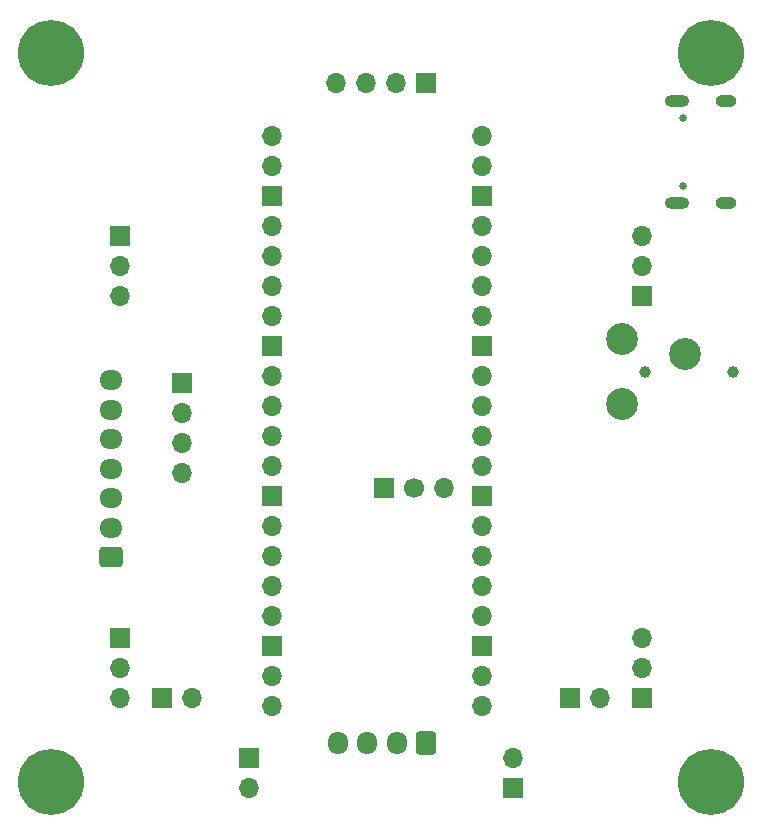
<source format=gbr>
%TF.GenerationSoftware,KiCad,Pcbnew,7.0.10-7.0.10~ubuntu22.04.1*%
%TF.CreationDate,2024-07-18T16:59:02+09:00*%
%TF.ProjectId,TurtlePico,54757274-6c65-4506-9963-6f2e6b696361,rev?*%
%TF.SameCoordinates,Original*%
%TF.FileFunction,Soldermask,Bot*%
%TF.FilePolarity,Negative*%
%FSLAX46Y46*%
G04 Gerber Fmt 4.6, Leading zero omitted, Abs format (unit mm)*
G04 Created by KiCad (PCBNEW 7.0.10-7.0.10~ubuntu22.04.1) date 2024-07-18 16:59:02*
%MOMM*%
%LPD*%
G01*
G04 APERTURE LIST*
G04 Aperture macros list*
%AMRoundRect*
0 Rectangle with rounded corners*
0 $1 Rounding radius*
0 $2 $3 $4 $5 $6 $7 $8 $9 X,Y pos of 4 corners*
0 Add a 4 corners polygon primitive as box body*
4,1,4,$2,$3,$4,$5,$6,$7,$8,$9,$2,$3,0*
0 Add four circle primitives for the rounded corners*
1,1,$1+$1,$2,$3*
1,1,$1+$1,$4,$5*
1,1,$1+$1,$6,$7*
1,1,$1+$1,$8,$9*
0 Add four rect primitives between the rounded corners*
20,1,$1+$1,$2,$3,$4,$5,0*
20,1,$1+$1,$4,$5,$6,$7,0*
20,1,$1+$1,$6,$7,$8,$9,0*
20,1,$1+$1,$8,$9,$2,$3,0*%
G04 Aperture macros list end*
%ADD10C,5.600000*%
%ADD11C,1.000000*%
%ADD12C,2.704000*%
%ADD13R,1.700000X1.700000*%
%ADD14O,1.700000X1.700000*%
%ADD15C,1.700000*%
%ADD16C,0.650000*%
%ADD17O,1.800000X1.000000*%
%ADD18O,2.100000X1.000000*%
%ADD19RoundRect,0.250000X0.725000X-0.600000X0.725000X0.600000X-0.725000X0.600000X-0.725000X-0.600000X0*%
%ADD20O,1.950000X1.700000*%
%ADD21RoundRect,0.250000X0.600000X0.725000X-0.600000X0.725000X-0.600000X-0.725000X0.600000X-0.725000X0*%
%ADD22O,1.700000X1.950000*%
G04 APERTURE END LIST*
D10*
%TO.C,REF\u002A\u002A*%
X117856000Y-126492000D03*
%TD*%
%TO.C,REF\u002A\u002A*%
X173736000Y-126492000D03*
%TD*%
D11*
%TO.C,J2*%
X175588000Y-91764000D03*
X168088000Y-91764000D03*
D12*
X166188000Y-94514000D03*
X171488000Y-90264000D03*
X166188000Y-89014000D03*
%TD*%
D13*
%TO.C,J10*%
X134620000Y-124460000D03*
D14*
X134620000Y-127000000D03*
%TD*%
D13*
%TO.C,J9*%
X156972000Y-127000000D03*
D14*
X156972000Y-124460000D03*
%TD*%
D13*
%TO.C,J6*%
X128965000Y-92710000D03*
D14*
X128965000Y-95250000D03*
X128965000Y-97790000D03*
X128965000Y-100330000D03*
%TD*%
D13*
%TO.C,J4*%
X127254000Y-119380000D03*
D14*
X129794000Y-119380000D03*
%TD*%
D13*
%TO.C,J7*%
X149596000Y-67310000D03*
D14*
X147056000Y-67310000D03*
X144516000Y-67310000D03*
X141976000Y-67310000D03*
%TD*%
%TO.C,U2*%
X136575900Y-71770000D03*
X136575900Y-74310000D03*
D13*
X136575900Y-76850000D03*
D14*
X136575900Y-79390000D03*
X136575900Y-81930000D03*
X136575900Y-84470000D03*
X136575900Y-87010000D03*
D13*
X136575900Y-89550000D03*
D14*
X136575900Y-92090000D03*
X136575900Y-94630000D03*
X136575900Y-97170000D03*
X136575900Y-99710000D03*
D13*
X136575900Y-102250000D03*
D14*
X136575900Y-104790000D03*
X136575900Y-107330000D03*
X136575900Y-109870000D03*
X136575900Y-112410000D03*
D13*
X136575900Y-114950000D03*
D14*
X136575900Y-117490000D03*
X136575900Y-120030000D03*
X154355900Y-120030000D03*
X154355900Y-117490000D03*
D13*
X154355900Y-114950000D03*
D14*
X154355900Y-112410000D03*
X154355900Y-109870000D03*
X154355900Y-107330000D03*
X154355900Y-104790000D03*
D13*
X154355900Y-102250000D03*
D14*
X154355900Y-99710000D03*
X154355900Y-97170000D03*
X154355900Y-94630000D03*
X154355900Y-92090000D03*
D13*
X154355900Y-89550000D03*
D14*
X154355900Y-87010000D03*
X154355900Y-84470000D03*
X154355900Y-81930000D03*
X154355900Y-79390000D03*
D13*
X154355900Y-76850000D03*
D14*
X154355900Y-74310000D03*
X154355900Y-71770000D03*
D13*
X146050000Y-101600000D03*
D15*
X148590000Y-101600000D03*
D14*
X151130000Y-101600000D03*
%TD*%
D13*
%TO.C,J3*%
X161798000Y-119380000D03*
D14*
X164338000Y-119380000D03*
%TD*%
D10*
%TO.C,REF\u002A\u002A*%
X117856000Y-64770000D03*
%TD*%
D16*
%TO.C,J1*%
X171337500Y-76040000D03*
X171337500Y-70260000D03*
D17*
X175017500Y-77470000D03*
X175017500Y-68830000D03*
D18*
X170837500Y-77470000D03*
X170837500Y-68830000D03*
%TD*%
D10*
%TO.C,REF\u002A\u002A*%
X173736000Y-64770000D03*
%TD*%
D13*
%TO.C,J14*%
X167894000Y-119365000D03*
D14*
X167894000Y-116825000D03*
X167894000Y-114285000D03*
%TD*%
D19*
%TO.C,J8*%
X122936000Y-107456000D03*
D20*
X122936000Y-104956000D03*
X122936000Y-102456000D03*
X122936000Y-99956000D03*
X122936000Y-97456000D03*
X122936000Y-94956000D03*
X122936000Y-92456000D03*
%TD*%
D13*
%TO.C,J13*%
X123698000Y-80264000D03*
D14*
X123698000Y-82804000D03*
X123698000Y-85344000D03*
%TD*%
D13*
%TO.C,J12*%
X167894000Y-85344000D03*
D14*
X167894000Y-82804000D03*
X167894000Y-80264000D03*
%TD*%
D13*
%TO.C,J15*%
X123698000Y-114300000D03*
D14*
X123698000Y-116840000D03*
X123698000Y-119380000D03*
%TD*%
D21*
%TO.C,J5*%
X149606000Y-123190000D03*
D22*
X147106000Y-123190000D03*
X144606000Y-123190000D03*
X142106000Y-123190000D03*
%TD*%
M02*

</source>
